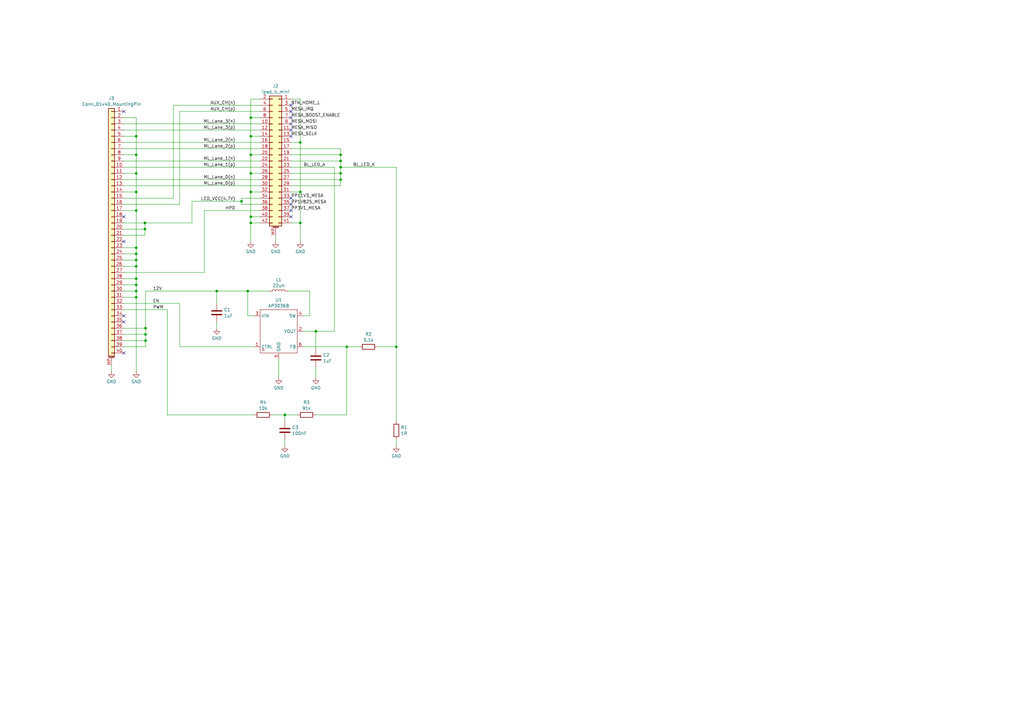
<source format=kicad_sch>
(kicad_sch (version 20231120) (generator "eeschema") (generator_version "8.0")
  (paper "A3")
  (lib_symbols
    (symbol "Connector_Generic_MountingPin:Conn_01x40_MountingPin" (pin_names (offset 1.016) hide)
      (property "Reference" "J" (at 0 50.8 0))
      (property "Value" "Conn_01x40_MountingPin" (at 1.27 -53.34 0))
      (symbol "Conn_01x40_MountingPin_1_1"
        (rectangle (start -1.27 -50.673) (end 0 -50.927) (stroke (width 0.1524)))
        (rectangle (start -1.27 -48.133) (end 0 -48.387) (stroke (width 0.1524)))
        (rectangle (start -1.27 -45.593) (end 0 -45.847) (stroke (width 0.1524)))
        (rectangle (start -1.27 -43.053) (end 0 -43.307) (stroke (width 0.1524)))
        (rectangle (start -1.27 -40.513) (end 0 -40.767) (stroke (width 0.1524)))
        (rectangle (start -1.27 -37.973) (end 0 -38.227) (stroke (width 0.1524)))
        (rectangle (start -1.27 -35.433) (end 0 -35.687) (stroke (width 0.1524)))
        (rectangle (start -1.27 -32.893) (end 0 -33.147) (stroke (width 0.1524)))
        (rectangle (start -1.27 -30.353) (end 0 -30.607) (stroke (width 0.1524)))
        (rectangle (start -1.27 -27.813) (end 0 -28.067) (stroke (width 0.1524)))
        (rectangle (start -1.27 -25.273) (end 0 -25.527) (stroke (width 0.1524)))
        (rectangle (start -1.27 -22.733) (end 0 -22.987) (stroke (width 0.1524)))
        (rectangle (start -1.27 -20.193) (end 0 -20.447) (stroke (width 0.1524)))
        (rectangle (start -1.27 -17.653) (end 0 -17.907) (stroke (width 0.1524)))
        (rectangle (start -1.27 -15.113) (end 0 -15.367) (stroke (width 0.1524)))
        (rectangle (start -1.27 -12.573) (end 0 -12.827) (stroke (width 0.1524)))
        (rectangle (start -1.27 -10.033) (end 0 -10.287) (stroke (width 0.1524)))
        (rectangle (start -1.27 -7.493) (end 0 -7.747) (stroke (width 0.1524)))
        (rectangle (start -1.27 -4.953) (end 0 -5.207) (stroke (width 0.1524)))
        (rectangle (start -1.27 -2.413) (end 0 -2.667) (stroke (width 0.1524)))
        (rectangle (start -1.27 0.127) (end 0 -0.127) (stroke (width 0.1524)))
        (rectangle (start -1.27 2.667) (end 0 2.413) (stroke (width 0.1524)))
        (rectangle (start -1.27 5.207) (end 0 4.953) (stroke (width 0.1524)))
        (rectangle (start -1.27 7.747) (end 0 7.493) (stroke (width 0.1524)))
        (rectangle (start -1.27 10.287) (end 0 10.033) (stroke (width 0.1524)))
        (rectangle (start -1.27 12.827) (end 0 12.573) (stroke (width 0.1524)))
        (rectangle (start -1.27 15.367) (end 0 15.113) (stroke (width 0.1524)))
        (rectangle (start -1.27 17.907) (end 0 17.653) (stroke (width 0.1524)))
        (rectangle (start -1.27 20.447) (end 0 20.193) (stroke (width 0.1524)))
        (rectangle (start -1.27 22.987) (end 0 22.733) (stroke (width 0.1524)))
        (rectangle (start -1.27 25.527) (end 0 25.273) (stroke (width 0.1524)))
        (rectangle (start -1.27 28.067) (end 0 27.813) (stroke (width 0.1524)))
        (rectangle (start -1.27 30.607) (end 0 30.353) (stroke (width 0.1524)))
        (rectangle (start -1.27 33.147) (end 0 32.893) (stroke (width 0.1524)))
        (rectangle (start -1.27 35.687) (end 0 35.433) (stroke (width 0.1524)))
        (rectangle (start -1.27 38.227) (end 0 37.973) (stroke (width 0.1524)))
        (rectangle (start -1.27 40.767) (end 0 40.513) (stroke (width 0.1524)))
        (rectangle (start -1.27 43.307) (end 0 43.053) (stroke (width 0.1524)))
        (rectangle (start -1.27 45.847) (end 0 45.593) (stroke (width 0.1524)))
        (rectangle (start -1.27 48.387) (end 0 48.133) (stroke (width 0.1524)))
        (rectangle (start -1.27 49.53) (end 1.27 -52.07) (stroke (width 0.254)) (fill (type background)))
        (polyline (pts (xy -1.016 -52.832) (xy 1.016 -52.832)) (stroke (width 0.1524)))
        (text "Mounting" (at 0 -52.451 0) (effects (font (size 0.381 0.381))))
        (pin passive line (at -5.08 48.26 0) (length 3.81) (name "Pin_1") (number "1"))
        (pin passive line (at -5.08 25.4 0) (length 3.81) (name "Pin_10") (number "10"))
        (pin passive line (at -5.08 22.86 0) (length 3.81) (name "Pin_11") (number "11"))
        (pin passive line (at -5.08 20.32 0) (length 3.81) (name "Pin_12") (number "12"))
        (pin passive line (at -5.08 17.78 0) (length 3.81) (name "Pin_13") (number "13"))
        (pin passive line (at -5.08 15.24 0) (length 3.81) (name "Pin_14") (number "14"))
        (pin passive line (at -5.08 12.7 0) (length 3.81) (name "Pin_15") (number "15"))
        (pin passive line (at -5.08 10.16 0) (length 3.81) (name "Pin_16") (number "16"))
        (pin passive line (at -5.08 7.62 0) (length 3.81) (name "Pin_17") (number "17"))
        (pin passive line (at -5.08 5.08 0) (length 3.81) (name "Pin_18") (number "18"))
        (pin passive line (at -5.08 2.54 0) (length 3.81) (name "Pin_19") (number "19"))
        (pin passive line (at -5.08 45.72 0) (length 3.81) (name "Pin_2") (number "2"))
        (pin passive line (at -5.08 0 0) (length 3.81) (name "Pin_20") (number "20"))
        (pin passive line (at -5.08 -2.54 0) (length 3.81) (name "Pin_21") (number "21"))
        (pin passive line (at -5.08 -5.08 0) (length 3.81) (name "Pin_22") (number "22"))
        (pin passive line (at -5.08 -7.62 0) (length 3.81) (name "Pin_23") (number "23"))
        (pin passive line (at -5.08 -10.16 0) (length 3.81) (name "Pin_24") (number "24"))
        (pin passive line (at -5.08 -12.7 0) (length 3.81) (name "Pin_25") (number "25"))
        (pin passive line (at -5.08 -15.24 0) (length 3.81) (name "Pin_26") (number "26"))
        (pin passive line (at -5.08 -17.78 0) (length 3.81) (name "Pin_27") (number "27"))
        (pin passive line (at -5.08 -20.32 0) (length 3.81) (name "Pin_28") (number "28"))
        (pin passive line (at -5.08 -22.86 0) (length 3.81) (name "Pin_29") (number "29"))
        (pin passive line (at -5.08 43.18 0) (length 3.81) (name "Pin_3") (number "3"))
        (pin passive line (at -5.08 -25.4 0) (length 3.81) (name "Pin_30") (number "30"))
        (pin passive line (at -5.08 -27.94 0) (length 3.81) (name "Pin_31") (number "31"))
        (pin passive line (at -5.08 -30.48 0) (length 3.81) (name "Pin_32") (number "32"))
        (pin passive line (at -5.08 -33.02 0) (length 3.81) (name "Pin_33") (number "33"))
        (pin passive line (at -5.08 -35.56 0) (length 3.81) (name "Pin_34") (number "34"))
        (pin passive line (at -5.08 -38.1 0) (length 3.81) (name "Pin_35") (number "35"))
        (pin passive line (at -5.08 -40.64 0) (length 3.81) (name "Pin_36") (number "36"))
        (pin passive line (at -5.08 -43.18 0) (length 3.81) (name "Pin_37") (number "37"))
        (pin passive line (at -5.08 -45.72 0) (length 3.81) (name "Pin_38") (number "38"))
        (pin passive line (at -5.08 -48.26 0) (length 3.81) (name "Pin_39") (number "39"))
        (pin passive line (at -5.08 40.64 0) (length 3.81) (name "Pin_4") (number "4"))
        (pin passive line (at -5.08 -50.8 0) (length 3.81) (name "Pin_40") (number "40"))
        (pin passive line (at -5.08 38.1 0) (length 3.81) (name "Pin_5") (number "5"))
        (pin passive line (at -5.08 35.56 0) (length 3.81) (name "Pin_6") (number "6"))
        (pin passive line (at -5.08 33.02 0) (length 3.81) (name "Pin_7") (number "7"))
        (pin passive line (at -5.08 30.48 0) (length 3.81) (name "Pin_8") (number "8"))
        (pin passive line (at -5.08 27.94 0) (length 3.81) (name "Pin_9") (number "9"))
        (pin passive line (at 0 -55.88 90) (length 3.048) (name "MountPin") (number "MP"))
      )
    )
    (symbol "Connector_Generic_MountingPin:Conn_02x21_Odd_Even_MountingPin" (pin_names (offset 1.016) hide)
      (property "Reference" "J" (at 1.27 27.94 0))
      (property "Value" "Conn_02x21_Odd_Even_MountingPin" (at 2.54 -27.94 0))
      (symbol "Conn_02x21_Odd_Even_MountingPin_1_1"
        (rectangle (start -1.27 -25.273) (end 0 -25.527) (stroke (width 0.1524)))
        (rectangle (start -1.27 -22.733) (end 0 -22.987) (stroke (width 0.1524)))
        (rectangle (start -1.27 -20.193) (end 0 -20.447) (stroke (width 0.1524)))
        (rectangle (start -1.27 -17.653) (end 0 -17.907) (stroke (width 0.1524)))
        (rectangle (start -1.27 -15.113) (end 0 -15.367) (stroke (width 0.1524)))
        (rectangle (start -1.27 -12.573) (end 0 -12.827) (stroke (width 0.1524)))
        (rectangle (start -1.27 -10.033) (end 0 -10.287) (stroke (width 0.1524)))
        (rectangle (start -1.27 -7.493) (end 0 -7.747) (stroke (width 0.1524)))
        (rectangle (start -1.27 -4.953) (end 0 -5.207) (stroke (width 0.1524)))
        (rectangle (start -1.27 -2.413) (end 0 -2.667) (stroke (width 0.1524)))
        (rectangle (start -1.27 0.127) (end 0 -0.127) (stroke (width 0.1524)))
        (rectangle (start -1.27 2.667) (end 0 2.413) (stroke (width 0.1524)))
        (rectangle (start -1.27 5.207) (end 0 4.953) (stroke (width 0.1524)))
        (rectangle (start -1.27 7.747) (end 0 7.493) (stroke (width 0.1524)))
        (rectangle (start -1.27 10.287) (end 0 10.033) (stroke (width 0.1524)))
        (rectangle (start -1.27 12.827) (end 0 12.573) (stroke (width 0.1524)))
        (rectangle (start -1.27 15.367) (end 0 15.113) (stroke (width 0.1524)))
        (rectangle (start -1.27 17.907) (end 0 17.653) (stroke (width 0.1524)))
        (rectangle (start -1.27 20.447) (end 0 20.193) (stroke (width 0.1524)))
        (rectangle (start -1.27 22.987) (end 0 22.733) (stroke (width 0.1524)))
        (rectangle (start -1.27 25.527) (end 0 25.273) (stroke (width 0.1524)))
        (rectangle (start -1.27 26.67) (end 3.81 -26.67) (stroke (width 0.254)) (fill (type background)))
        (polyline (pts (xy 0.254 -27.432) (xy 2.286 -27.432)) (stroke (width 0.1524)))
        (rectangle (start 3.81 -25.273) (end 2.54 -25.527) (stroke (width 0.1524)))
        (rectangle (start 3.81 -22.733) (end 2.54 -22.987) (stroke (width 0.1524)))
        (rectangle (start 3.81 -20.193) (end 2.54 -20.447) (stroke (width 0.1524)))
        (rectangle (start 3.81 -17.653) (end 2.54 -17.907) (stroke (width 0.1524)))
        (rectangle (start 3.81 -15.113) (end 2.54 -15.367) (stroke (width 0.1524)))
        (rectangle (start 3.81 -12.573) (end 2.54 -12.827) (stroke (width 0.1524)))
        (rectangle (start 3.81 -10.033) (end 2.54 -10.287) (stroke (width 0.1524)))
        (rectangle (start 3.81 -7.493) (end 2.54 -7.747) (stroke (width 0.1524)))
        (rectangle (start 3.81 -4.953) (end 2.54 -5.207) (stroke (width 0.1524)))
        (rectangle (start 3.81 -2.413) (end 2.54 -2.667) (stroke (width 0.1524)))
        (rectangle (start 3.81 0.127) (end 2.54 -0.127) (stroke (width 0.1524)))
        (rectangle (start 3.81 2.667) (end 2.54 2.413) (stroke (width 0.1524)))
        (rectangle (start 3.81 5.207) (end 2.54 4.953) (stroke (width 0.1524)))
        (rectangle (start 3.81 7.747) (end 2.54 7.493) (stroke (width 0.1524)))
        (rectangle (start 3.81 10.287) (end 2.54 10.033) (stroke (width 0.1524)))
        (rectangle (start 3.81 12.827) (end 2.54 12.573) (stroke (width 0.1524)))
        (rectangle (start 3.81 15.367) (end 2.54 15.113) (stroke (width 0.1524)))
        (rectangle (start 3.81 17.907) (end 2.54 17.653) (stroke (width 0.1524)))
        (rectangle (start 3.81 20.447) (end 2.54 20.193) (stroke (width 0.1524)))
        (rectangle (start 3.81 22.987) (end 2.54 22.733) (stroke (width 0.1524)))
        (rectangle (start 3.81 25.527) (end 2.54 25.273) (stroke (width 0.1524)))
        (text "Mounting" (at 1.27 -27.051 0) (effects (font (size 0.381 0.381))))
        (pin passive line (at -5.08 25.4 0) (length 3.81) (name "Pin_1") (number "1"))
        (pin passive line (at 7.62 15.24 180) (length 3.81) (name "Pin_10") (number "10"))
        (pin passive line (at -5.08 12.7 0) (length 3.81) (name "Pin_11") (number "11"))
        (pin passive line (at 7.62 12.7 180) (length 3.81) (name "Pin_12") (number "12"))
        (pin passive line (at -5.08 10.16 0) (length 3.81) (name "Pin_13") (number "13"))
        (pin passive line (at 7.62 10.16 180) (length 3.81) (name "Pin_14") (number "14"))
        (pin passive line (at -5.08 7.62 0) (length 3.81) (name "Pin_15") (number "15"))
        (pin passive line (at 7.62 7.62 180) (length 3.81) (name "Pin_16") (number "16"))
        (pin passive line (at -5.08 5.08 0) (length 3.81) (name "Pin_17") (number "17"))
        (pin passive line (at 7.62 5.08 180) (length 3.81) (name "Pin_18") (number "18"))
        (pin passive line (at -5.08 2.54 0) (length 3.81) (name "Pin_19") (number "19"))
        (pin passive line (at 7.62 25.4 180) (length 3.81) (name "Pin_2") (number "2"))
        (pin passive line (at 7.62 2.54 180) (length 3.81) (name "Pin_20") (number "20"))
        (pin passive line (at -5.08 0 0) (length 3.81) (name "Pin_21") (number "21"))
        (pin passive line (at 7.62 0 180) (length 3.81) (name "Pin_22") (number "22"))
        (pin passive line (at -5.08 -2.54 0) (length 3.81) (name "Pin_23") (number "23"))
        (pin passive line (at 7.62 -2.54 180) (length 3.81) (name "Pin_24") (number "24"))
        (pin passive line (at -5.08 -5.08 0) (length 3.81) (name "Pin_25") (number "25"))
        (pin passive line (at 7.62 -5.08 180) (length 3.81) (name "Pin_26") (number "26"))
        (pin passive line (at -5.08 -7.62 0) (length 3.81) (name "Pin_27") (number "27"))
        (pin passive line (at 7.62 -7.62 180) (length 3.81) (name "Pin_28") (number "28"))
        (pin passive line (at -5.08 -10.16 0) (length 3.81) (name "Pin_29") (number "29"))
        (pin passive line (at -5.08 22.86 0) (length 3.81) (name "Pin_3") (number "3"))
        (pin passive line (at 7.62 -10.16 180) (length 3.81) (name "Pin_30") (number "30"))
        (pin passive line (at -5.08 -12.7 0) (length 3.81) (name "Pin_31") (number "31"))
        (pin passive line (at 7.62 -12.7 180) (length 3.81) (name "Pin_32") (number "32"))
        (pin passive line (at -5.08 -15.24 0) (length 3.81) (name "Pin_33") (number "33"))
        (pin passive line (at 7.62 -15.24 180) (length 3.81) (name "Pin_34") (number "34"))
        (pin passive line (at -5.08 -17.78 0) (length 3.81) (name "Pin_35") (number "35"))
        (pin passive line (at 7.62 -17.78 180) (length 3.81) (name "Pin_36") (number "36"))
        (pin passive line (at -5.08 -20.32 0) (length 3.81) (name "Pin_37") (number "37"))
        (pin passive line (at 7.62 -20.32 180) (length 3.81) (name "Pin_38") (number "38"))
        (pin passive line (at -5.08 -22.86 0) (length 3.81) (name "Pin_39") (number "39"))
        (pin passive line (at 7.62 22.86 180) (length 3.81) (name "Pin_4") (number "4"))
        (pin passive line (at 7.62 -22.86 180) (length 3.81) (name "Pin_40") (number "40"))
        (pin passive line (at -5.08 -25.4 0) (length 3.81) (name "Pin_41") (number "41"))
        (pin passive line (at 7.62 -25.4 180) (length 3.81) (name "Pin_42") (number "42"))
        (pin passive line (at -5.08 20.32 0) (length 3.81) (name "Pin_5") (number "5"))
        (pin passive line (at 7.62 20.32 180) (length 3.81) (name "Pin_6") (number "6"))
        (pin passive line (at -5.08 17.78 0) (length 3.81) (name "Pin_7") (number "7"))
        (pin passive line (at 7.62 17.78 180) (length 3.81) (name "Pin_8") (number "8"))
        (pin passive line (at -5.08 15.24 0) (length 3.81) (name "Pin_9") (number "9"))
        (pin passive line (at 1.27 -30.48 90) (length 3.048) (name "MountPin") (number "MP"))
      )
    )
    (symbol "Device:C" (pin_numbers hide) (pin_names (offset 0.254))
      (property "Reference" "C" (at 0.635 2.54 0))
      (property "Value" "C" (at 0.635 -2.54 0))
      (symbol "C_0_1"
        (polyline (pts (xy -2.032 -0.762) (xy 2.032 -0.762)) (stroke (width 0.508)))
        (polyline (pts (xy -2.032 0.762) (xy 2.032 0.762)) (stroke (width 0.508)))
      )
      (symbol "C_1_1"
        (pin passive line (at 0 3.81 270) (length 2.794) (name "~") (number "1"))
        (pin passive line (at 0 -3.81 90) (length 2.794) (name "~") (number "2"))
      )
    )
    (symbol "Device:L" (pin_numbers hide) (pin_names (offset 1.016) hide)
      (property "Reference" "L" (at -1.27 0 90))
      (property "Value" "L" (at 1.905 0 90))
      (symbol "L_0_1"
        (arc (start 0 -2.54) (mid 0.6323 -1.905) (end 0 -1.27))
        (arc (start 0 -1.27) (mid 0.6323 -0.635) (end 0 0))
        (arc (start 0 0) (mid 0.6323 0.635) (end 0 1.27))
        (arc (start 0 1.27) (mid 0.6323 1.905) (end 0 2.54))
      )
      (symbol "L_1_1"
        (pin passive line (at 0 3.81 270) (length 1.27) (name "1") (number "1"))
        (pin passive line (at 0 -3.81 90) (length 1.27) (name "2") (number "2"))
      )
    )
    (symbol "Device:R" (pin_numbers hide) (pin_names (offset 0))
      (property "Reference" "R" (at 2.032 0 90))
      (property "Value" "R" (at 0 0 90))
      (symbol "R_0_1"
        (rectangle (start -1.016 -2.54) (end 1.016 2.54) (stroke (width 0.254)))
      )
      (symbol "R_1_1"
        (pin passive line (at 0 3.81 270) (length 1.27) (name "~") (number "1"))
        (pin passive line (at 0 -3.81 90) (length 1.27) (name "~") (number "2"))
      )
    )
    (symbol "power:GND" (power) (pin_numbers hide) (pin_names (offset 0) hide)
      (property "Value" "GND" (at 0 -3.81 0))
      (symbol "GND_0_1"
        (polyline (pts (xy 0 0) (xy 0 -1.27) (xy 1.27 -1.27) (xy 0 -2.54) (xy -1.27 -1.27) (xy 0 -1.27)))
      )
      (symbol "GND_1_1"
        (pin power_in line (at 0 0 270) (length 0) (name "~") (number "1"))
      )
    )
    (symbol "symbols:AP3036BKTR-G1"
      (property "Reference" "U?" (at -0.254 16.51 0))
      (property "Value" "AP3036B" (at -0.508 14.478 0))
      (symbol "AP3036BKTR-G1_1_0"
        (rectangle (start -7.62 12.7) (end 7.62 -5.08))
        (circle (center -6.35 -3.81) (radius 0.381))
        (pin input line (at -10.16 -2.54 0) (length 2.54) (name "CTRL") (number "1"))
        (pin power_out line (at 10.16 3.81 180) (length 2.54) (name "VOUT") (number "2"))
        (pin power_in line (at -10.16 10.16 0) (length 2.54) (name "VIN") (number "3"))
        (pin unspecified line (at 10.16 10.16 180) (length 2.54) (name "SW") (number "4"))
        (pin power_in line (at 0 -7.62 90) (length 2.54) (name "GND") (number "5"))
        (pin input line (at 10.16 -2.54 180) (length 2.54) (name "FB") (number "6"))
      )
    )
  )
  (junction (at 139.7 68.58))
  (junction (at 55.88 71.12))
  (junction (at 139.7 71.12))
  (junction (at 55.88 55.88))
  (junction (at 116.84 170.18))
  (junction (at 123.19 58.42))
  (junction (at 59.436 93.98))
  (junction (at 139.7 63.5))
  (junction (at 55.88 109.22))
  (junction (at 55.88 104.14))
  (junction (at 55.88 119.38))
  (junction (at 129.54 135.89))
  (junction (at 102.87 55.88))
  (junction (at 55.88 114.3))
  (junction (at 123.19 78.74))
  (junction (at 55.88 106.68))
  (junction (at 142.24 142.24))
  (junction (at 102.87 78.74))
  (junction (at 101.6 119.38))
  (junction (at 139.7 73.66))
  (junction (at 102.87 88.9))
  (junction (at 55.88 63.5))
  (junction (at 102.87 63.5))
  (junction (at 59.69 137.16))
  (junction (at 55.88 101.6))
  (junction (at 139.7 66.04))
  (junction (at 102.87 48.26))
  (junction (at 55.88 116.84))
  (junction (at 123.19 91.44))
  (junction (at 55.88 86.36))
  (junction (at 59.69 139.7))
  (junction (at 88.9 119.38))
  (junction (at 59.436 91.44))
  (junction (at 99.06 82.55))
  (junction (at 102.87 71.12))
  (junction (at 102.87 91.44))
  (junction (at 162.56 142.24))
  (junction (at 55.88 78.74))
  (junction (at 59.69 134.62))
  (junction (at 55.88 121.92))
  (no_connect (at 50.8 45.72))
  (no_connect (at 119.38 83.82))
  (no_connect (at 119.38 43.18))
  (no_connect (at 119.38 53.34))
  (no_connect (at 119.38 55.88))
  (no_connect (at 50.8 88.9))
  (no_connect (at 119.38 50.8))
  (no_connect (at 50.8 99.06))
  (no_connect (at 119.38 48.26))
  (no_connect (at 50.8 132.08))
  (no_connect (at 119.38 45.72))
  (no_connect (at 119.38 86.36))
  (no_connect (at 50.8 144.78))
  (no_connect (at 119.38 81.28))
  (no_connect (at 119.38 88.9))
  (no_connect (at 50.8 129.54))
  (wire (pts (xy 139.7 71.12) (xy 139.7 73.66)))
  (wire (pts (xy 99.06 81.28) (xy 99.06 82.55)))
  (wire (pts (xy 55.88 119.38) (xy 50.8 119.38)))
  (wire (pts (xy 50.8 86.36) (xy 55.88 86.36)))
  (wire (pts (xy 102.87 91.44) (xy 102.87 99.06)))
  (wire (pts (xy 50.8 101.6) (xy 55.88 101.6)))
  (wire (pts (xy 123.19 58.42) (xy 123.19 40.64)))
  (wire (pts (xy 139.7 73.66) (xy 139.7 76.2)))
  (wire (pts (xy 55.88 114.3) (xy 55.88 116.84)))
  (wire (pts (xy 83.82 111.76) (xy 83.82 86.36)))
  (wire (pts (xy 106.68 83.82) (xy 99.06 83.82)))
  (wire (pts (xy 119.38 76.2) (xy 139.7 76.2)))
  (wire (pts (xy 50.8 55.88) (xy 55.88 55.88)))
  (wire (pts (xy 106.68 58.42) (xy 50.8 58.42)))
  (wire (pts (xy 102.87 78.74) (xy 102.87 88.9)))
  (wire (pts (xy 119.38 71.12) (xy 139.7 71.12)))
  (wire (pts (xy 55.88 78.74) (xy 55.88 86.36)))
  (wire (pts (xy 106.68 55.88) (xy 102.87 55.88)))
  (wire (pts (xy 50.8 111.76) (xy 83.82 111.76)))
  (wire (pts (xy 99.06 82.55) (xy 99.06 83.82)))
  (wire (pts (xy 55.88 121.92) (xy 55.88 152.4)))
  (wire (pts (xy 123.19 91.44) (xy 123.19 99.06)))
  (wire (pts (xy 119.38 60.96) (xy 139.7 60.96)))
  (wire (pts (xy 114.3 147.32) (xy 114.3 154.94)))
  (wire (pts (xy 116.84 180.34) (xy 116.84 182.88)))
  (wire (pts (xy 45.72 149.86) (xy 45.72 152.4)))
  (wire (pts (xy 104.14 129.54) (xy 101.6 129.54)))
  (wire (pts (xy 106.68 68.58) (xy 50.8 68.58)))
  (wire (pts (xy 106.68 60.96) (xy 50.8 60.96)))
  (wire (pts (xy 119.38 68.58) (xy 137.16 68.58)))
  (wire (pts (xy 50.8 134.62) (xy 59.69 134.62)))
  (wire (pts (xy 50.8 121.92) (xy 55.88 121.92)))
  (wire (pts (xy 106.68 71.12) (xy 102.87 71.12)))
  (wire (pts (xy 71.12 43.18) (xy 106.68 43.18)))
  (wire (pts (xy 55.88 106.68) (xy 50.8 106.68)))
  (wire (pts (xy 101.6 119.38) (xy 110.49 119.38)))
  (wire (pts (xy 119.38 63.5) (xy 139.7 63.5)))
  (wire (pts (xy 59.436 91.44) (xy 50.8 91.44)))
  (wire (pts (xy 139.7 60.96) (xy 139.7 63.5)))
  (wire (pts (xy 129.54 170.18) (xy 142.24 170.18)))
  (wire (pts (xy 106.68 86.36) (xy 83.82 86.36)))
  (wire (pts (xy 68.58 170.18) (xy 104.14 170.18)))
  (wire (pts (xy 50.8 96.52) (xy 59.436 96.52)))
  (wire (pts (xy 55.88 55.88) (xy 55.88 63.5)))
  (wire (pts (xy 106.68 81.28) (xy 99.06 81.28)))
  (wire (pts (xy 129.54 135.89) (xy 129.54 143.002)))
  (wire (pts (xy 113.03 96.52) (xy 113.03 99.06)))
  (wire (pts (xy 124.46 142.24) (xy 142.24 142.24)))
  (wire (pts (xy 123.19 58.42) (xy 123.19 78.74)))
  (wire (pts (xy 102.87 40.64) (xy 102.87 48.26)))
  (wire (pts (xy 55.88 104.14) (xy 55.88 106.68)))
  (wire (pts (xy 73.66 142.24) (xy 104.14 142.24)))
  (wire (pts (xy 59.436 91.44) (xy 78.74 91.44)))
  (wire (pts (xy 55.88 86.36) (xy 55.88 101.6)))
  (wire (pts (xy 106.68 66.04) (xy 50.8 66.04)))
  (wire (pts (xy 55.88 71.12) (xy 55.88 78.74)))
  (wire (pts (xy 55.88 116.84) (xy 55.88 119.38)))
  (wire (pts (xy 127 119.38) (xy 127 129.54)))
  (wire (pts (xy 123.19 78.74) (xy 119.38 78.74)))
  (wire (pts (xy 55.88 121.92) (xy 55.88 119.38)))
  (wire (pts (xy 59.436 93.98) (xy 59.436 96.52)))
  (wire (pts (xy 154.94 142.24) (xy 162.56 142.24)))
  (wire (pts (xy 106.68 63.5) (xy 102.87 63.5)))
  (wire (pts (xy 50.8 104.14) (xy 55.88 104.14)))
  (wire (pts (xy 88.9 124.46) (xy 88.9 119.38)))
  (wire (pts (xy 50.8 81.28) (xy 71.12 81.28)))
  (wire (pts (xy 119.38 73.66) (xy 139.7 73.66)))
  (wire (pts (xy 59.69 119.38) (xy 88.9 119.38)))
  (wire (pts (xy 139.7 68.58) (xy 162.56 68.58)))
  (wire (pts (xy 50.8 83.82) (xy 73.66 83.82)))
  (wire (pts (xy 55.88 109.22) (xy 55.88 106.68)))
  (wire (pts (xy 139.7 63.5) (xy 139.7 66.04)))
  (wire (pts (xy 59.436 91.44) (xy 59.436 93.98)))
  (wire (pts (xy 116.84 170.18) (xy 121.92 170.18)))
  (wire (pts (xy 50.8 116.84) (xy 55.88 116.84)))
  (wire (pts (xy 123.19 40.64) (xy 119.38 40.64)))
  (wire (pts (xy 129.54 135.89) (xy 137.16 135.89)))
  (wire (pts (xy 50.8 93.98) (xy 59.436 93.98)))
  (wire (pts (xy 59.69 139.7) (xy 50.8 139.7)))
  (wire (pts (xy 106.68 73.66) (xy 50.8 73.66)))
  (wire (pts (xy 124.46 135.89) (xy 129.54 135.89)))
  (wire (pts (xy 102.87 55.88) (xy 102.87 63.5)))
  (wire (pts (xy 102.87 88.9) (xy 102.87 91.44)))
  (wire (pts (xy 101.6 119.38) (xy 101.6 129.54)))
  (wire (pts (xy 73.66 45.72) (xy 106.68 45.72)))
  (wire (pts (xy 137.16 135.89) (xy 137.16 68.58)))
  (wire (pts (xy 102.87 63.5) (xy 102.87 71.12)))
  (wire (pts (xy 162.56 180.34) (xy 162.56 182.88)))
  (wire (pts (xy 50.8 109.22) (xy 55.88 109.22)))
  (wire (pts (xy 139.7 68.58) (xy 139.7 71.12)))
  (wire (pts (xy 118.11 119.38) (xy 127 119.38)))
  (wire (pts (xy 73.66 124.46) (xy 73.66 142.24)))
  (wire (pts (xy 55.88 114.3) (xy 55.88 109.22)))
  (wire (pts (xy 71.12 43.18) (xy 71.12 81.28)))
  (wire (pts (xy 162.56 142.24) (xy 162.56 172.72)))
  (wire (pts (xy 162.56 68.58) (xy 162.56 142.24)))
  (wire (pts (xy 106.68 91.44) (xy 102.87 91.44)))
  (wire (pts (xy 55.88 63.5) (xy 55.88 71.12)))
  (wire (pts (xy 111.76 170.18) (xy 116.84 170.18)))
  (wire (pts (xy 50.8 142.24) (xy 59.69 142.24)))
  (wire (pts (xy 106.68 76.2) (xy 50.8 76.2)))
  (wire (pts (xy 59.69 137.16) (xy 59.69 134.62)))
  (wire (pts (xy 50.8 78.74) (xy 55.88 78.74)))
  (wire (pts (xy 106.68 78.74) (xy 102.87 78.74)))
  (wire (pts (xy 99.06 82.55) (xy 78.74 82.55)))
  (wire (pts (xy 127 129.54) (xy 124.46 129.54)))
  (wire (pts (xy 116.84 170.18) (xy 116.84 172.72)))
  (wire (pts (xy 68.58 127) (xy 68.58 170.18)))
  (wire (pts (xy 50.8 137.16) (xy 59.69 137.16)))
  (wire (pts (xy 142.24 142.24) (xy 142.24 170.18)))
  (wire (pts (xy 106.68 40.64) (xy 102.87 40.64)))
  (wire (pts (xy 50.8 71.12) (xy 55.88 71.12)))
  (wire (pts (xy 88.9 132.08) (xy 88.9 134.62)))
  (wire (pts (xy 50.8 63.5) (xy 55.88 63.5)))
  (wire (pts (xy 123.19 78.74) (xy 123.19 91.44)))
  (wire (pts (xy 50.8 124.46) (xy 73.66 124.46)))
  (wire (pts (xy 119.38 66.04) (xy 139.7 66.04)))
  (wire (pts (xy 119.38 58.42) (xy 123.19 58.42)))
  (wire (pts (xy 142.24 142.24) (xy 147.32 142.24)))
  (wire (pts (xy 55.88 48.26) (xy 55.88 55.88)))
  (wire (pts (xy 73.66 45.72) (xy 73.66 83.82)))
  (wire (pts (xy 78.74 91.44) (xy 78.74 82.55)))
  (wire (pts (xy 59.69 142.24) (xy 59.69 139.7)))
  (wire (pts (xy 106.68 50.8) (xy 50.8 50.8)))
  (wire (pts (xy 88.9 119.38) (xy 101.6 119.38)))
  (wire (pts (xy 106.68 48.26) (xy 102.87 48.26)))
  (wire (pts (xy 50.8 48.26) (xy 55.88 48.26)))
  (wire (pts (xy 106.68 88.9) (xy 102.87 88.9)))
  (wire (pts (xy 59.69 134.62) (xy 59.69 119.38)))
  (wire (pts (xy 59.69 139.7) (xy 59.69 137.16)))
  (wire (pts (xy 50.8 114.3) (xy 55.88 114.3)))
  (wire (pts (xy 102.87 48.26) (xy 102.87 55.88)))
  (wire (pts (xy 129.54 150.622) (xy 129.54 154.94)))
  (wire (pts (xy 50.8 127) (xy 68.58 127)))
  (wire (pts (xy 55.88 101.6) (xy 55.88 104.14)))
  (wire (pts (xy 106.68 53.34) (xy 50.8 53.34)))
  (wire (pts (xy 139.7 66.04) (xy 139.7 68.58)))
  (wire (pts (xy 102.87 71.12) (xy 102.87 78.74)))
  (wire (pts (xy 123.19 91.44) (xy 119.38 91.44)))
  (label "ML_Lane_2(p)" (at 96.52 60.96 180))
  (label "ML_Lane_3(n)" (at 96.52 50.8 180))
  (label "ML_Lane_0(p)" (at 96.52 76.2 180))
  (label "ML_Lane_1(p)" (at 96.52 68.58 180))
  (label "PP3V1_MESA" (at 119.38 86.36 0))
  (label "BL_LED_A" (at 124.46 68.58 0))
  (label "HPD" (at 96.52 86.36 180))
  (label "ML_Lane_3(p)" (at 96.52 53.34 180))
  (label "AUX_CH(n)" (at 96.52 43.18 180))
  (label "ML_Lane_0(n)" (at 96.52 73.66 180))
  (label "12V" (at 62.738 119.38 0))
  (label "MESA_MISO" (at 119.38 53.34 0))
  (label "ML_Lane_1(n)" (at 96.52 66.04 180))
  (label "EN" (at 62.738 124.46 0))
  (label "LCD_VCC(4.7V)" (at 96.52 82.55 180))
  (label "PP1V825_MESA" (at 119.38 83.82 0))
  (label "BL_LED_K" (at 144.78 68.58 0))
  (label "MESA_MOSI" (at 119.38 50.8 0))
  (label "BTN_HOME_L" (at 119.38 43.18 0))
  (label "MESA_SCLK" (at 119.38 55.88 0))
  (label "PWM" (at 62.738 127 0))
  (label "MESA_BOOST_ENABLE" (at 119.38 48.26 0))
  (label "ML_Lane_2(n)" (at 96.52 58.42 180))
  (label "AUX_CH(p)" (at 96.52 45.72 180))
  (label "MESA_IRQ" (at 119.38 45.72 0))
  (label "PP11V3_MESA" (at 119.38 81.28 0))
  (symbol (lib_id "power:GND") (at 45.72 152.4 0) (unit 1)
    (property "Reference" "#PWR09" (effects (hide yes)))
    (property "Value" "GND" (at 45.72 156.5331 0))
    (property "Description" "Power symbol creates a global label with name \"GND\" , ground" (effects (hide yes)))
  )
  (symbol (lib_id "Connector_Generic_MountingPin:Conn_02x21_Odd_Even_MountingPin") (at 114.3 66.04 0) (mirror y) (unit 1)
    (property "Reference" "J2" (at 113.03 35.2255 0))
    (property "Value" "ipad_4_mini" (at 113.03 37.6498 0))
    (property "Footprint" "feetprints:ipad_mini_4_lcd_mb" (effects (hide yes)))
    (property "Description" "Generic connectable mounting pin connector, double row, 02x21, odd/even pin numbering scheme (row 1 odd numbers, row 2 even numbers), script generated (kicad-library-utils/schlib/autogen/connector/)" (effects (hide yes)))
  )
  (symbol (lib_id "Connector_Generic_MountingPin:Conn_01x40_MountingPin") (at 45.72 93.98 0) (mirror y) (unit 1)
    (property "Reference" "J3" (at 45.72 40.3055 0))
    (property "Value" "Conn_01x40_MountingPin" (at 45.72 42.7298 0))
    (property "Footprint" "feetprints:40pin_FPC_from_amazon" (effects (hide yes)))
    (property "Description" "Generic connectable mounting pin connector, single row, 01x40, script generated (kicad-library-utils/schlib/autogen/connector/)" (effects (hide yes)))
  )
  (symbol (lib_id "power:GND") (at 88.9 134.62 0) (unit 1)
    (property "Reference" "#PWR06" (effects (hide yes)))
    (property "Value" "GND" (at 88.9 138.7531 0))
    (property "Description" "Power symbol creates a global label with name \"GND\" , ground" (effects (hide yes)))
  )
  (symbol (lib_id "Device:C") (at 129.54 146.812 0) (unit 1)
    (property "Reference" "C2" (at 132.461 145.5998 0) (effects (justify left)))
    (property "Value" "1uF" (at 132.461 148.0241 0) (effects (justify left)))
    (property "Footprint" "Capacitor_SMD:C_0805_2012Metric_Pad1.18x1.45mm_HandSolder" (effects (hide yes)))
    (property "Description" "Unpolarized capacitor" (effects (hide yes)))
    (property "LCSC_PartNo" " C318709" (effects (hide yes)))
  )
  (symbol (lib_id "Device:R") (at 107.95 170.18 90) (unit 1)
    (property "Reference" "R4" (at 107.95 165.0195 90))
    (property "Value" "10k" (at 107.95 167.4438 90))
    (property "Footprint" "Resistor_SMD:R_0603_1608Metric_Pad0.98x0.95mm_HandSolder" (effects (hide yes)))
    (property "Description" "Resistor" (effects (hide yes)))
    (property "LCSC_PartNo" "C98220" (effects (hide yes)))
  )
  (symbol (lib_id "Device:R") (at 151.13 142.24 90) (unit 1)
    (property "Reference" "R2" (at 151.13 137.0795 90))
    (property "Value" "5.1k" (at 151.13 139.5038 90))
    (property "Footprint" "Resistor_SMD:R_0603_1608Metric_Pad0.98x0.95mm_HandSolder" (effects (hide yes)))
    (property "Description" "Resistor" (effects (hide yes)))
    (property "LCSC_PartNo" " C105580" (effects (hide yes)))
  )
  (symbol (lib_id "power:GND") (at 114.3 154.94 0) (unit 1)
    (property "Reference" "#PWR04" (effects (hide yes)))
    (property "Value" "GND" (at 114.3 159.0731 0))
    (property "Description" "Power symbol creates a global label with name \"GND\" , ground" (effects (hide yes)))
  )
  (symbol (lib_id "power:GND") (at 55.88 152.4 0) (unit 1)
    (property "Reference" "#PWR010" (effects (hide yes)))
    (property "Value" "GND" (at 55.88 156.5331 0))
    (property "Description" "Power symbol creates a global label with name \"GND\" , ground" (effects (hide yes)))
  )
  (symbol (lib_id "Device:C") (at 88.9 128.27 0) (unit 1)
    (property "Reference" "C1" (at 91.821 127.0578 0) (effects (justify left)))
    (property "Value" "1uF" (at 91.821 129.4821 0) (effects (justify left)))
    (property "Footprint" "Capacitor_SMD:C_0805_2012Metric_Pad1.18x1.45mm_HandSolder" (effects (hide yes)))
    (property "Description" "Unpolarized capacitor" (effects (hide yes)))
    (property "LCSC_PartNo" " C318709" (effects (hide yes)))
  )
  (symbol (lib_id "Device:L") (at 114.3 119.38 90) (unit 1)
    (property "Reference" "L1" (at 114.3 114.7302 90))
    (property "Value" "22uH" (at 114.3 117.1545 90))
    (property "Footprint" "Inductor_SMD:L_Taiyo-Yuden_MD-5050" (effects (hide yes)))
    (property "Description" "Inductor" (effects (hide yes)))
    (property "LCSC_PartNo" "C22459306" (effects (hide yes)))
  )
  (symbol (lib_id "Device:R") (at 162.56 176.53 0) (unit 1)
    (property "Reference" "R1" (at 164.338 175.3178 0) (effects (justify left)))
    (property "Value" "1R" (at 164.338 177.7421 0) (effects (justify left)))
    (property "Footprint" "Resistor_SMD:R_0805_2012Metric_Pad1.20x1.40mm_HandSolder" (effects (hide yes)))
    (property "Description" "Resistor" (effects (hide yes)))
    (property "LCSC_PartNo" "C313850 " (effects (hide yes)))
  )
  (symbol (lib_id "power:GND") (at 102.87 99.06 0) (mirror y) (unit 1)
    (property "Reference" "#PWR03" (effects (hide yes)))
    (property "Value" "GND" (at 102.87 103.1931 0))
    (property "Description" "Power symbol creates a global label with name \"GND\" , ground" (effects (hide yes)))
  )
  (symbol (lib_id "power:GND") (at 162.56 182.88 0) (unit 1)
    (property "Reference" "#PWR07" (effects (hide yes)))
    (property "Value" "GND" (at 162.56 187.0131 0))
    (property "Description" "Power symbol creates a global label with name \"GND\" , ground" (effects (hide yes)))
  )
  (symbol (lib_id "symbols:AP3036BKTR-G1") (at 114.3 139.7 0) (unit 1)
    (property "Reference" "U1" (at 114.3 122.9825 0))
    (property "Value" "AP3036B" (at 114.3 125.4068 0))
    (property "Footprint" "Package_TO_SOT_SMD:SOT-23-6_Handsoldering" (effects (hide yes)))
    (property "LCSC_PartNo" " C526368" (effects (hide yes)))
  )
  (symbol (lib_id "power:GND") (at 116.84 182.88 0) (unit 1)
    (property "Reference" "#PWR08" (effects (hide yes)))
    (property "Value" "GND" (at 116.84 187.0131 0))
    (property "Description" "Power symbol creates a global label with name \"GND\" , ground" (effects (hide yes)))
  )
  (symbol (lib_id "Device:R") (at 125.73 170.18 90) (unit 1)
    (property "Reference" "R3" (at 125.73 165.0195 90))
    (property "Value" "91k" (at 125.73 167.4438 90))
    (property "Footprint" "Resistor_SMD:R_0603_1608Metric_Pad0.98x0.95mm_HandSolder" (effects (hide yes)))
    (property "Description" "Resistor" (effects (hide yes)))
    (property "LCSC_PartNo" "C137671" (effects (hide yes)))
  )
  (symbol (lib_id "power:GND") (at 129.54 154.94 0) (unit 1)
    (property "Reference" "#PWR05" (effects (hide yes)))
    (property "Value" "GND" (at 129.54 159.0731 0))
    (property "Description" "Power symbol creates a global label with name \"GND\" , ground" (effects (hide yes)))
  )
  (symbol (lib_id "power:GND") (at 123.19 99.06 0) (mirror y) (unit 1)
    (property "Reference" "#PWR01" (effects (hide yes)))
    (property "Value" "GND" (at 123.19 103.1931 0))
    (property "Description" "Power symbol creates a global label with name \"GND\" , ground" (effects (hide yes)))
  )
  (symbol (lib_id "Device:C") (at 116.84 176.53 0) (unit 1)
    (property "Reference" "C3" (at 119.761 175.3178 0) (effects (justify left)))
    (property "Value" "100nF" (at 119.761 177.7421 0) (effects (justify left)))
    (property "Footprint" "Capacitor_SMD:C_0603_1608Metric_Pad1.08x0.95mm_HandSolder" (effects (hide yes)))
    (property "Description" "Unpolarized capacitor" (effects (hide yes)))
    (property "LCSC_PartNo" " C1591" (effects (hide yes)))
  )
  (symbol (lib_id "power:GND") (at 113.03 99.06 0) (mirror y) (unit 1)
    (property "Reference" "#PWR02" (effects (hide yes)))
    (property "Value" "GND" (at 113.03 103.1931 0))
    (property "Description" "Power symbol creates a global label with name \"GND\" , ground" (effects (hide yes)))
  )
)
</source>
